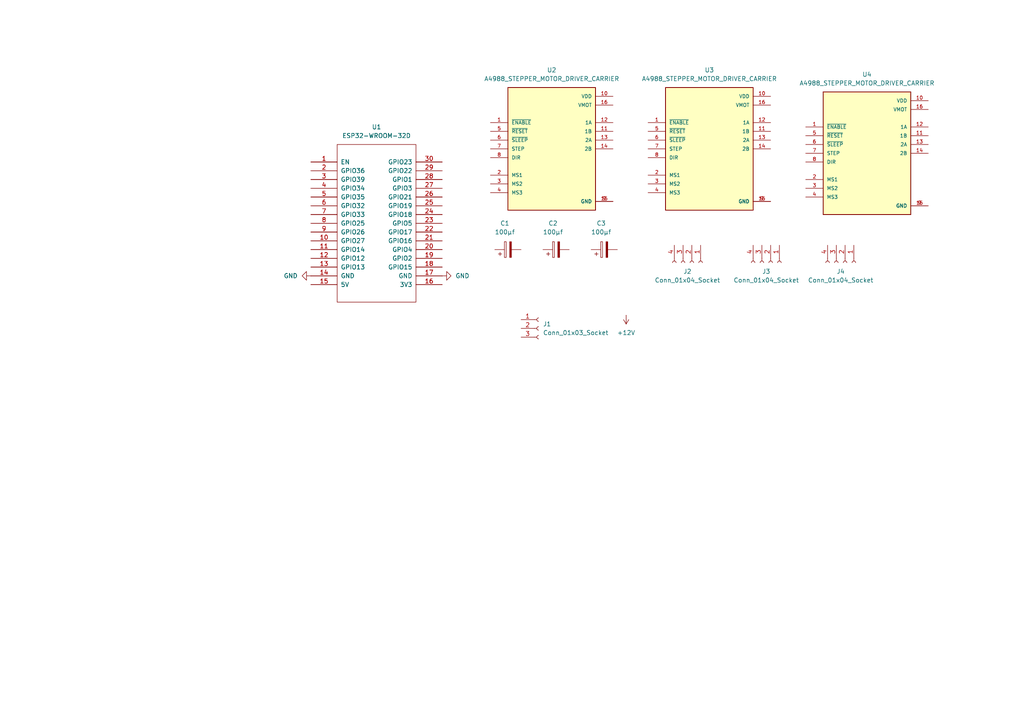
<source format=kicad_sch>
(kicad_sch
	(version 20231120)
	(generator "eeschema")
	(generator_version "8.0")
	(uuid "a1df660f-b71c-40f9-8dab-945660316229")
	(paper "A4")
	(lib_symbols
		(symbol "A4988_STEPPER_MOTOR_DRIVER_CARRIER:A4988_STEPPER_MOTOR_DRIVER_CARRIER"
			(pin_names
				(offset 1.016)
			)
			(exclude_from_sim no)
			(in_bom yes)
			(on_board yes)
			(property "Reference" "U"
				(at -12.7 19.05 0)
				(effects
					(font
						(size 1.27 1.27)
					)
					(justify left bottom)
				)
			)
			(property "Value" "A4988_STEPPER_MOTOR_DRIVER_CARRIER"
				(at -12.7 -21.59 0)
				(effects
					(font
						(size 1.27 1.27)
					)
					(justify left bottom)
				)
			)
			(property "Footprint" "A4988_STEPPER_MOTOR_DRIVER_CARRIER:MODULE_A4988_STEPPER_MOTOR_DRIVER_CARRIER"
				(at 0 0 0)
				(effects
					(font
						(size 1.27 1.27)
					)
					(justify bottom)
					(hide yes)
				)
			)
			(property "Datasheet" ""
				(at 0 0 0)
				(effects
					(font
						(size 1.27 1.27)
					)
					(hide yes)
				)
			)
			(property "Description" ""
				(at 0 0 0)
				(effects
					(font
						(size 1.27 1.27)
					)
					(hide yes)
				)
			)
			(property "MF" "Pololu"
				(at 0 0 0)
				(effects
					(font
						(size 1.27 1.27)
					)
					(justify bottom)
					(hide yes)
				)
			)
			(property "DESCRIPTION" "Stepper motor controler; IC: A4988; 1A; Uin mot: 8÷35V"
				(at 0 0 0)
				(effects
					(font
						(size 1.27 1.27)
					)
					(justify bottom)
					(hide yes)
				)
			)
			(property "PACKAGE" "None"
				(at 0 0 0)
				(effects
					(font
						(size 1.27 1.27)
					)
					(justify bottom)
					(hide yes)
				)
			)
			(property "PRICE" "None"
				(at 0 0 0)
				(effects
					(font
						(size 1.27 1.27)
					)
					(justify bottom)
					(hide yes)
				)
			)
			(property "Package" "None"
				(at 0 0 0)
				(effects
					(font
						(size 1.27 1.27)
					)
					(justify bottom)
					(hide yes)
				)
			)
			(property "Check_prices" "https://www.snapeda.com/parts/A4988%20STEPPER%20MOTOR%20DRIVER%20CARRIER/Pololu/view-part/?ref=eda"
				(at 0 0 0)
				(effects
					(font
						(size 1.27 1.27)
					)
					(justify bottom)
					(hide yes)
				)
			)
			(property "Price" "None"
				(at 0 0 0)
				(effects
					(font
						(size 1.27 1.27)
					)
					(justify bottom)
					(hide yes)
				)
			)
			(property "SnapEDA_Link" "https://www.snapeda.com/parts/A4988%20STEPPER%20MOTOR%20DRIVER%20CARRIER/Pololu/view-part/?ref=snap"
				(at 0 0 0)
				(effects
					(font
						(size 1.27 1.27)
					)
					(justify bottom)
					(hide yes)
				)
			)
			(property "MP" "A4988 STEPPER MOTOR DRIVER CARRIER"
				(at 0 0 0)
				(effects
					(font
						(size 1.27 1.27)
					)
					(justify bottom)
					(hide yes)
				)
			)
			(property "Availability" "Not in stock"
				(at 0 0 0)
				(effects
					(font
						(size 1.27 1.27)
					)
					(justify bottom)
					(hide yes)
				)
			)
			(property "AVAILABILITY" "Unavailable"
				(at 0 0 0)
				(effects
					(font
						(size 1.27 1.27)
					)
					(justify bottom)
					(hide yes)
				)
			)
			(property "Description_1" "\nStepper Motor Driver\n"
				(at 0 0 0)
				(effects
					(font
						(size 1.27 1.27)
					)
					(justify bottom)
					(hide yes)
				)
			)
			(symbol "A4988_STEPPER_MOTOR_DRIVER_CARRIER_0_0"
				(rectangle
					(start -12.7 -17.78)
					(end 12.7 17.78)
					(stroke
						(width 0.254)
						(type default)
					)
					(fill
						(type background)
					)
				)
				(pin input line
					(at -17.78 7.62 0)
					(length 5.08)
					(name "~{ENABLE}"
						(effects
							(font
								(size 1.016 1.016)
							)
						)
					)
					(number "1"
						(effects
							(font
								(size 1.016 1.016)
							)
						)
					)
				)
				(pin power_in line
					(at 17.78 15.24 180)
					(length 5.08)
					(name "VDD"
						(effects
							(font
								(size 1.016 1.016)
							)
						)
					)
					(number "10"
						(effects
							(font
								(size 1.016 1.016)
							)
						)
					)
				)
				(pin output line
					(at 17.78 5.08 180)
					(length 5.08)
					(name "1B"
						(effects
							(font
								(size 1.016 1.016)
							)
						)
					)
					(number "11"
						(effects
							(font
								(size 1.016 1.016)
							)
						)
					)
				)
				(pin output line
					(at 17.78 7.62 180)
					(length 5.08)
					(name "1A"
						(effects
							(font
								(size 1.016 1.016)
							)
						)
					)
					(number "12"
						(effects
							(font
								(size 1.016 1.016)
							)
						)
					)
				)
				(pin output line
					(at 17.78 2.54 180)
					(length 5.08)
					(name "2A"
						(effects
							(font
								(size 1.016 1.016)
							)
						)
					)
					(number "13"
						(effects
							(font
								(size 1.016 1.016)
							)
						)
					)
				)
				(pin output line
					(at 17.78 0 180)
					(length 5.08)
					(name "2B"
						(effects
							(font
								(size 1.016 1.016)
							)
						)
					)
					(number "14"
						(effects
							(font
								(size 1.016 1.016)
							)
						)
					)
				)
				(pin power_in line
					(at 17.78 -15.24 180)
					(length 5.08)
					(name "GND"
						(effects
							(font
								(size 1.016 1.016)
							)
						)
					)
					(number "15"
						(effects
							(font
								(size 1.016 1.016)
							)
						)
					)
				)
				(pin power_in line
					(at 17.78 12.7 180)
					(length 5.08)
					(name "VMOT"
						(effects
							(font
								(size 1.016 1.016)
							)
						)
					)
					(number "16"
						(effects
							(font
								(size 1.016 1.016)
							)
						)
					)
				)
				(pin input line
					(at -17.78 -7.62 0)
					(length 5.08)
					(name "MS1"
						(effects
							(font
								(size 1.016 1.016)
							)
						)
					)
					(number "2"
						(effects
							(font
								(size 1.016 1.016)
							)
						)
					)
				)
				(pin input line
					(at -17.78 -10.16 0)
					(length 5.08)
					(name "MS2"
						(effects
							(font
								(size 1.016 1.016)
							)
						)
					)
					(number "3"
						(effects
							(font
								(size 1.016 1.016)
							)
						)
					)
				)
				(pin input line
					(at -17.78 -12.7 0)
					(length 5.08)
					(name "MS3"
						(effects
							(font
								(size 1.016 1.016)
							)
						)
					)
					(number "4"
						(effects
							(font
								(size 1.016 1.016)
							)
						)
					)
				)
				(pin input line
					(at -17.78 5.08 0)
					(length 5.08)
					(name "~{RESET}"
						(effects
							(font
								(size 1.016 1.016)
							)
						)
					)
					(number "5"
						(effects
							(font
								(size 1.016 1.016)
							)
						)
					)
				)
				(pin input line
					(at -17.78 2.54 0)
					(length 5.08)
					(name "~{SLEEP}"
						(effects
							(font
								(size 1.016 1.016)
							)
						)
					)
					(number "6"
						(effects
							(font
								(size 1.016 1.016)
							)
						)
					)
				)
				(pin input line
					(at -17.78 0 0)
					(length 5.08)
					(name "STEP"
						(effects
							(font
								(size 1.016 1.016)
							)
						)
					)
					(number "7"
						(effects
							(font
								(size 1.016 1.016)
							)
						)
					)
				)
				(pin input line
					(at -17.78 -2.54 0)
					(length 5.08)
					(name "DIR"
						(effects
							(font
								(size 1.016 1.016)
							)
						)
					)
					(number "8"
						(effects
							(font
								(size 1.016 1.016)
							)
						)
					)
				)
				(pin power_in line
					(at 17.78 -15.24 180)
					(length 5.08)
					(name "GND"
						(effects
							(font
								(size 1.016 1.016)
							)
						)
					)
					(number "9"
						(effects
							(font
								(size 1.016 1.016)
							)
						)
					)
				)
			)
		)
		(symbol "Connector:Conn_01x03_Socket"
			(pin_names
				(offset 1.016) hide)
			(exclude_from_sim no)
			(in_bom yes)
			(on_board yes)
			(property "Reference" "J"
				(at 0 5.08 0)
				(effects
					(font
						(size 1.27 1.27)
					)
				)
			)
			(property "Value" "Conn_01x03_Socket"
				(at 0 -5.08 0)
				(effects
					(font
						(size 1.27 1.27)
					)
				)
			)
			(property "Footprint" ""
				(at 0 0 0)
				(effects
					(font
						(size 1.27 1.27)
					)
					(hide yes)
				)
			)
			(property "Datasheet" "~"
				(at 0 0 0)
				(effects
					(font
						(size 1.27 1.27)
					)
					(hide yes)
				)
			)
			(property "Description" "Generic connector, single row, 01x03, script generated"
				(at 0 0 0)
				(effects
					(font
						(size 1.27 1.27)
					)
					(hide yes)
				)
			)
			(property "ki_locked" ""
				(at 0 0 0)
				(effects
					(font
						(size 1.27 1.27)
					)
				)
			)
			(property "ki_keywords" "connector"
				(at 0 0 0)
				(effects
					(font
						(size 1.27 1.27)
					)
					(hide yes)
				)
			)
			(property "ki_fp_filters" "Connector*:*_1x??_*"
				(at 0 0 0)
				(effects
					(font
						(size 1.27 1.27)
					)
					(hide yes)
				)
			)
			(symbol "Conn_01x03_Socket_1_1"
				(arc
					(start 0 -2.032)
					(mid -0.5058 -2.54)
					(end 0 -3.048)
					(stroke
						(width 0.1524)
						(type default)
					)
					(fill
						(type none)
					)
				)
				(polyline
					(pts
						(xy -1.27 -2.54) (xy -0.508 -2.54)
					)
					(stroke
						(width 0.1524)
						(type default)
					)
					(fill
						(type none)
					)
				)
				(polyline
					(pts
						(xy -1.27 0) (xy -0.508 0)
					)
					(stroke
						(width 0.1524)
						(type default)
					)
					(fill
						(type none)
					)
				)
				(polyline
					(pts
						(xy -1.27 2.54) (xy -0.508 2.54)
					)
					(stroke
						(width 0.1524)
						(type default)
					)
					(fill
						(type none)
					)
				)
				(arc
					(start 0 0.508)
					(mid -0.5058 0)
					(end 0 -0.508)
					(stroke
						(width 0.1524)
						(type default)
					)
					(fill
						(type none)
					)
				)
				(arc
					(start 0 3.048)
					(mid -0.5058 2.54)
					(end 0 2.032)
					(stroke
						(width 0.1524)
						(type default)
					)
					(fill
						(type none)
					)
				)
				(pin passive line
					(at -5.08 2.54 0)
					(length 3.81)
					(name "Pin_1"
						(effects
							(font
								(size 1.27 1.27)
							)
						)
					)
					(number "1"
						(effects
							(font
								(size 1.27 1.27)
							)
						)
					)
				)
				(pin passive line
					(at -5.08 0 0)
					(length 3.81)
					(name "Pin_2"
						(effects
							(font
								(size 1.27 1.27)
							)
						)
					)
					(number "2"
						(effects
							(font
								(size 1.27 1.27)
							)
						)
					)
				)
				(pin passive line
					(at -5.08 -2.54 0)
					(length 3.81)
					(name "Pin_3"
						(effects
							(font
								(size 1.27 1.27)
							)
						)
					)
					(number "3"
						(effects
							(font
								(size 1.27 1.27)
							)
						)
					)
				)
			)
		)
		(symbol "Connector:Conn_01x04_Socket"
			(pin_names
				(offset 1.016) hide)
			(exclude_from_sim no)
			(in_bom yes)
			(on_board yes)
			(property "Reference" "J"
				(at 0 5.08 0)
				(effects
					(font
						(size 1.27 1.27)
					)
				)
			)
			(property "Value" "Conn_01x04_Socket"
				(at 0 -7.62 0)
				(effects
					(font
						(size 1.27 1.27)
					)
				)
			)
			(property "Footprint" ""
				(at 0 0 0)
				(effects
					(font
						(size 1.27 1.27)
					)
					(hide yes)
				)
			)
			(property "Datasheet" "~"
				(at 0 0 0)
				(effects
					(font
						(size 1.27 1.27)
					)
					(hide yes)
				)
			)
			(property "Description" "Generic connector, single row, 01x04, script generated"
				(at 0 0 0)
				(effects
					(font
						(size 1.27 1.27)
					)
					(hide yes)
				)
			)
			(property "ki_locked" ""
				(at 0 0 0)
				(effects
					(font
						(size 1.27 1.27)
					)
				)
			)
			(property "ki_keywords" "connector"
				(at 0 0 0)
				(effects
					(font
						(size 1.27 1.27)
					)
					(hide yes)
				)
			)
			(property "ki_fp_filters" "Connector*:*_1x??_*"
				(at 0 0 0)
				(effects
					(font
						(size 1.27 1.27)
					)
					(hide yes)
				)
			)
			(symbol "Conn_01x04_Socket_1_1"
				(arc
					(start 0 -4.572)
					(mid -0.5058 -5.08)
					(end 0 -5.588)
					(stroke
						(width 0.1524)
						(type default)
					)
					(fill
						(type none)
					)
				)
				(arc
					(start 0 -2.032)
					(mid -0.5058 -2.54)
					(end 0 -3.048)
					(stroke
						(width 0.1524)
						(type default)
					)
					(fill
						(type none)
					)
				)
				(polyline
					(pts
						(xy -1.27 -5.08) (xy -0.508 -5.08)
					)
					(stroke
						(width 0.1524)
						(type default)
					)
					(fill
						(type none)
					)
				)
				(polyline
					(pts
						(xy -1.27 -2.54) (xy -0.508 -2.54)
					)
					(stroke
						(width 0.1524)
						(type default)
					)
					(fill
						(type none)
					)
				)
				(polyline
					(pts
						(xy -1.27 0) (xy -0.508 0)
					)
					(stroke
						(width 0.1524)
						(type default)
					)
					(fill
						(type none)
					)
				)
				(polyline
					(pts
						(xy -1.27 2.54) (xy -0.508 2.54)
					)
					(stroke
						(width 0.1524)
						(type default)
					)
					(fill
						(type none)
					)
				)
				(arc
					(start 0 0.508)
					(mid -0.5058 0)
					(end 0 -0.508)
					(stroke
						(width 0.1524)
						(type default)
					)
					(fill
						(type none)
					)
				)
				(arc
					(start 0 3.048)
					(mid -0.5058 2.54)
					(end 0 2.032)
					(stroke
						(width 0.1524)
						(type default)
					)
					(fill
						(type none)
					)
				)
				(pin passive line
					(at -5.08 2.54 0)
					(length 3.81)
					(name "Pin_1"
						(effects
							(font
								(size 1.27 1.27)
							)
						)
					)
					(number "1"
						(effects
							(font
								(size 1.27 1.27)
							)
						)
					)
				)
				(pin passive line
					(at -5.08 0 0)
					(length 3.81)
					(name "Pin_2"
						(effects
							(font
								(size 1.27 1.27)
							)
						)
					)
					(number "2"
						(effects
							(font
								(size 1.27 1.27)
							)
						)
					)
				)
				(pin passive line
					(at -5.08 -2.54 0)
					(length 3.81)
					(name "Pin_3"
						(effects
							(font
								(size 1.27 1.27)
							)
						)
					)
					(number "3"
						(effects
							(font
								(size 1.27 1.27)
							)
						)
					)
				)
				(pin passive line
					(at -5.08 -5.08 0)
					(length 3.81)
					(name "Pin_4"
						(effects
							(font
								(size 1.27 1.27)
							)
						)
					)
					(number "4"
						(effects
							(font
								(size 1.27 1.27)
							)
						)
					)
				)
			)
		)
		(symbol "Device:C_Polarized"
			(pin_numbers hide)
			(pin_names
				(offset 0.254)
			)
			(exclude_from_sim no)
			(in_bom yes)
			(on_board yes)
			(property "Reference" "C"
				(at 0.635 2.54 0)
				(effects
					(font
						(size 1.27 1.27)
					)
					(justify left)
				)
			)
			(property "Value" "C_Polarized"
				(at 0.635 -2.54 0)
				(effects
					(font
						(size 1.27 1.27)
					)
					(justify left)
				)
			)
			(property "Footprint" ""
				(at 0.9652 -3.81 0)
				(effects
					(font
						(size 1.27 1.27)
					)
					(hide yes)
				)
			)
			(property "Datasheet" "~"
				(at 0 0 0)
				(effects
					(font
						(size 1.27 1.27)
					)
					(hide yes)
				)
			)
			(property "Description" "Polarized capacitor"
				(at 0 0 0)
				(effects
					(font
						(size 1.27 1.27)
					)
					(hide yes)
				)
			)
			(property "ki_keywords" "cap capacitor"
				(at 0 0 0)
				(effects
					(font
						(size 1.27 1.27)
					)
					(hide yes)
				)
			)
			(property "ki_fp_filters" "CP_*"
				(at 0 0 0)
				(effects
					(font
						(size 1.27 1.27)
					)
					(hide yes)
				)
			)
			(symbol "C_Polarized_0_1"
				(rectangle
					(start -2.286 0.508)
					(end 2.286 1.016)
					(stroke
						(width 0)
						(type default)
					)
					(fill
						(type none)
					)
				)
				(polyline
					(pts
						(xy -1.778 2.286) (xy -0.762 2.286)
					)
					(stroke
						(width 0)
						(type default)
					)
					(fill
						(type none)
					)
				)
				(polyline
					(pts
						(xy -1.27 2.794) (xy -1.27 1.778)
					)
					(stroke
						(width 0)
						(type default)
					)
					(fill
						(type none)
					)
				)
				(rectangle
					(start 2.286 -0.508)
					(end -2.286 -1.016)
					(stroke
						(width 0)
						(type default)
					)
					(fill
						(type outline)
					)
				)
			)
			(symbol "C_Polarized_1_1"
				(pin passive line
					(at 0 3.81 270)
					(length 2.794)
					(name "~"
						(effects
							(font
								(size 1.27 1.27)
							)
						)
					)
					(number "1"
						(effects
							(font
								(size 1.27 1.27)
							)
						)
					)
				)
				(pin passive line
					(at 0 -3.81 90)
					(length 2.794)
					(name "~"
						(effects
							(font
								(size 1.27 1.27)
							)
						)
					)
					(number "2"
						(effects
							(font
								(size 1.27 1.27)
							)
						)
					)
				)
			)
		)
		(symbol "ESP32-WROOM-32D:ESP32-WROOM-32D"
			(pin_names
				(offset 1.016)
			)
			(exclude_from_sim no)
			(in_bom yes)
			(on_board yes)
			(property "Reference" "U"
				(at 0 -2.54 0)
				(effects
					(font
						(size 1.27 1.27)
					)
				)
			)
			(property "Value" "ESP32-WROOM-32D"
				(at 0 2.54 0)
				(effects
					(font
						(size 1.27 1.27)
					)
				)
			)
			(property "Footprint" "MODULE"
				(at 0 0 0)
				(effects
					(font
						(size 1.27 1.27)
					)
					(hide yes)
				)
			)
			(property "Datasheet" "DOCUMENTATION"
				(at 0 0 0)
				(effects
					(font
						(size 1.27 1.27)
					)
					(hide yes)
				)
			)
			(property "Description" ""
				(at 0 0 0)
				(effects
					(font
						(size 1.27 1.27)
					)
					(hide yes)
				)
			)
			(symbol "ESP32-WROOM-32D_1_0"
				(rectangle
					(start -11.43 -22.86)
					(end 11.43 22.86)
					(stroke
						(width 0)
						(type solid)
					)
					(fill
						(type none)
					)
				)
			)
			(symbol "ESP32-WROOM-32D_1_1"
				(pin input line
					(at -19.05 17.78 0)
					(length 7.62)
					(name "EN"
						(effects
							(font
								(size 1.27 1.27)
							)
						)
					)
					(number "1"
						(effects
							(font
								(size 1.27 1.27)
							)
						)
					)
				)
				(pin bidirectional line
					(at -19.05 -5.08 0)
					(length 7.62)
					(name "GPIO27"
						(effects
							(font
								(size 1.27 1.27)
							)
						)
					)
					(number "10"
						(effects
							(font
								(size 1.27 1.27)
							)
						)
					)
				)
				(pin bidirectional line
					(at -19.05 -7.62 0)
					(length 7.62)
					(name "GPIO14"
						(effects
							(font
								(size 1.27 1.27)
							)
						)
					)
					(number "11"
						(effects
							(font
								(size 1.27 1.27)
							)
						)
					)
				)
				(pin bidirectional line
					(at -19.05 -10.16 0)
					(length 7.62)
					(name "GPIO12"
						(effects
							(font
								(size 1.27 1.27)
							)
						)
					)
					(number "12"
						(effects
							(font
								(size 1.27 1.27)
							)
						)
					)
				)
				(pin bidirectional line
					(at -19.05 -12.7 0)
					(length 7.62)
					(name "GPIO13"
						(effects
							(font
								(size 1.27 1.27)
							)
						)
					)
					(number "13"
						(effects
							(font
								(size 1.27 1.27)
							)
						)
					)
				)
				(pin power_in line
					(at -19.05 -15.24 0)
					(length 7.62)
					(name "GND"
						(effects
							(font
								(size 1.27 1.27)
							)
						)
					)
					(number "14"
						(effects
							(font
								(size 1.27 1.27)
							)
						)
					)
				)
				(pin power_in line
					(at -19.05 -17.78 0)
					(length 7.62)
					(name "5V"
						(effects
							(font
								(size 1.27 1.27)
							)
						)
					)
					(number "15"
						(effects
							(font
								(size 1.27 1.27)
							)
						)
					)
				)
				(pin power_in line
					(at 19.05 -17.78 180)
					(length 7.62)
					(name "3V3"
						(effects
							(font
								(size 1.27 1.27)
							)
						)
					)
					(number "16"
						(effects
							(font
								(size 1.27 1.27)
							)
						)
					)
				)
				(pin power_in line
					(at 19.05 -15.24 180)
					(length 7.62)
					(name "GND"
						(effects
							(font
								(size 1.27 1.27)
							)
						)
					)
					(number "17"
						(effects
							(font
								(size 1.27 1.27)
							)
						)
					)
				)
				(pin bidirectional line
					(at 19.05 -12.7 180)
					(length 7.62)
					(name "GPIO15"
						(effects
							(font
								(size 1.27 1.27)
							)
						)
					)
					(number "18"
						(effects
							(font
								(size 1.27 1.27)
							)
						)
					)
				)
				(pin bidirectional line
					(at 19.05 -10.16 180)
					(length 7.62)
					(name "GPIO2"
						(effects
							(font
								(size 1.27 1.27)
							)
						)
					)
					(number "19"
						(effects
							(font
								(size 1.27 1.27)
							)
						)
					)
				)
				(pin bidirectional line
					(at -19.05 15.24 0)
					(length 7.62)
					(name "GPIO36"
						(effects
							(font
								(size 1.27 1.27)
							)
						)
					)
					(number "2"
						(effects
							(font
								(size 1.27 1.27)
							)
						)
					)
				)
				(pin bidirectional line
					(at 19.05 -7.62 180)
					(length 7.62)
					(name "GPIO4"
						(effects
							(font
								(size 1.27 1.27)
							)
						)
					)
					(number "20"
						(effects
							(font
								(size 1.27 1.27)
							)
						)
					)
				)
				(pin bidirectional line
					(at 19.05 -5.08 180)
					(length 7.62)
					(name "GPIO16"
						(effects
							(font
								(size 1.27 1.27)
							)
						)
					)
					(number "21"
						(effects
							(font
								(size 1.27 1.27)
							)
						)
					)
				)
				(pin bidirectional line
					(at 19.05 -2.54 180)
					(length 7.62)
					(name "GPIO17"
						(effects
							(font
								(size 1.27 1.27)
							)
						)
					)
					(number "22"
						(effects
							(font
								(size 1.27 1.27)
							)
						)
					)
				)
				(pin bidirectional line
					(at 19.05 0 180)
					(length 7.62)
					(name "GPIO5"
						(effects
							(font
								(size 1.27 1.27)
							)
						)
					)
					(number "23"
						(effects
							(font
								(size 1.27 1.27)
							)
						)
					)
				)
				(pin bidirectional line
					(at 19.05 2.54 180)
					(length 7.62)
					(name "GPIO18"
						(effects
							(font
								(size 1.27 1.27)
							)
						)
					)
					(number "24"
						(effects
							(font
								(size 1.27 1.27)
							)
						)
					)
				)
				(pin bidirectional line
					(at 19.05 5.08 180)
					(length 7.62)
					(name "GPIO19"
						(effects
							(font
								(size 1.27 1.27)
							)
						)
					)
					(number "25"
						(effects
							(font
								(size 1.27 1.27)
							)
						)
					)
				)
				(pin bidirectional line
					(at 19.05 7.62 180)
					(length 7.62)
					(name "GPIO21"
						(effects
							(font
								(size 1.27 1.27)
							)
						)
					)
					(number "26"
						(effects
							(font
								(size 1.27 1.27)
							)
						)
					)
				)
				(pin bidirectional line
					(at 19.05 10.16 180)
					(length 7.62)
					(name "GPIO3"
						(effects
							(font
								(size 1.27 1.27)
							)
						)
					)
					(number "27"
						(effects
							(font
								(size 1.27 1.27)
							)
						)
					)
				)
				(pin bidirectional line
					(at 19.05 12.7 180)
					(length 7.62)
					(name "GPIO1"
						(effects
							(font
								(size 1.27 1.27)
							)
						)
					)
					(number "28"
						(effects
							(font
								(size 1.27 1.27)
							)
						)
					)
				)
				(pin bidirectional line
					(at 19.05 15.24 180)
					(length 7.62)
					(name "GPIO22"
						(effects
							(font
								(size 1.27 1.27)
							)
						)
					)
					(number "29"
						(effects
							(font
								(size 1.27 1.27)
							)
						)
					)
				)
				(pin bidirectional line
					(at -19.05 12.7 0)
					(length 7.62)
					(name "GPIO39"
						(effects
							(font
								(size 1.27 1.27)
							)
						)
					)
					(number "3"
						(effects
							(font
								(size 1.27 1.27)
							)
						)
					)
				)
				(pin bidirectional line
					(at 19.05 17.78 180)
					(length 7.62)
					(name "GPIO23"
						(effects
							(font
								(size 1.27 1.27)
							)
						)
					)
					(number "30"
						(effects
							(font
								(size 1.27 1.27)
							)
						)
					)
				)
				(pin bidirectional line
					(at -19.05 10.16 0)
					(length 7.62)
					(name "GPIO34"
						(effects
							(font
								(size 1.27 1.27)
							)
						)
					)
					(number "4"
						(effects
							(font
								(size 1.27 1.27)
							)
						)
					)
				)
				(pin bidirectional line
					(at -19.05 7.62 0)
					(length 7.62)
					(name "GPIO35"
						(effects
							(font
								(size 1.27 1.27)
							)
						)
					)
					(number "5"
						(effects
							(font
								(size 1.27 1.27)
							)
						)
					)
				)
				(pin bidirectional line
					(at -19.05 5.08 0)
					(length 7.62)
					(name "GPIO32"
						(effects
							(font
								(size 1.27 1.27)
							)
						)
					)
					(number "6"
						(effects
							(font
								(size 1.27 1.27)
							)
						)
					)
				)
				(pin bidirectional line
					(at -19.05 2.54 0)
					(length 7.62)
					(name "GPIO33"
						(effects
							(font
								(size 1.27 1.27)
							)
						)
					)
					(number "7"
						(effects
							(font
								(size 1.27 1.27)
							)
						)
					)
				)
				(pin bidirectional line
					(at -19.05 0 0)
					(length 7.62)
					(name "GPIO25"
						(effects
							(font
								(size 1.27 1.27)
							)
						)
					)
					(number "8"
						(effects
							(font
								(size 1.27 1.27)
							)
						)
					)
				)
				(pin bidirectional line
					(at -19.05 -2.54 0)
					(length 7.62)
					(name "GPIO26"
						(effects
							(font
								(size 1.27 1.27)
							)
						)
					)
					(number "9"
						(effects
							(font
								(size 1.27 1.27)
							)
						)
					)
				)
			)
		)
		(symbol "power:+12V"
			(power)
			(pin_numbers hide)
			(pin_names
				(offset 0) hide)
			(exclude_from_sim no)
			(in_bom yes)
			(on_board yes)
			(property "Reference" "#PWR"
				(at 0 -3.81 0)
				(effects
					(font
						(size 1.27 1.27)
					)
					(hide yes)
				)
			)
			(property "Value" "+12V"
				(at 0 3.556 0)
				(effects
					(font
						(size 1.27 1.27)
					)
				)
			)
			(property "Footprint" ""
				(at 0 0 0)
				(effects
					(font
						(size 1.27 1.27)
					)
					(hide yes)
				)
			)
			(property "Datasheet" ""
				(at 0 0 0)
				(effects
					(font
						(size 1.27 1.27)
					)
					(hide yes)
				)
			)
			(property "Description" "Power symbol creates a global label with name \"+12V\""
				(at 0 0 0)
				(effects
					(font
						(size 1.27 1.27)
					)
					(hide yes)
				)
			)
			(property "ki_keywords" "global power"
				(at 0 0 0)
				(effects
					(font
						(size 1.27 1.27)
					)
					(hide yes)
				)
			)
			(symbol "+12V_0_1"
				(polyline
					(pts
						(xy -0.762 1.27) (xy 0 2.54)
					)
					(stroke
						(width 0)
						(type default)
					)
					(fill
						(type none)
					)
				)
				(polyline
					(pts
						(xy 0 0) (xy 0 2.54)
					)
					(stroke
						(width 0)
						(type default)
					)
					(fill
						(type none)
					)
				)
				(polyline
					(pts
						(xy 0 2.54) (xy 0.762 1.27)
					)
					(stroke
						(width 0)
						(type default)
					)
					(fill
						(type none)
					)
				)
			)
			(symbol "+12V_1_1"
				(pin power_in line
					(at 0 0 90)
					(length 0)
					(name "~"
						(effects
							(font
								(size 1.27 1.27)
							)
						)
					)
					(number "1"
						(effects
							(font
								(size 1.27 1.27)
							)
						)
					)
				)
			)
		)
		(symbol "power:GND"
			(power)
			(pin_numbers hide)
			(pin_names
				(offset 0) hide)
			(exclude_from_sim no)
			(in_bom yes)
			(on_board yes)
			(property "Reference" "#PWR"
				(at 0 -6.35 0)
				(effects
					(font
						(size 1.27 1.27)
					)
					(hide yes)
				)
			)
			(property "Value" "GND"
				(at 0 -3.81 0)
				(effects
					(font
						(size 1.27 1.27)
					)
				)
			)
			(property "Footprint" ""
				(at 0 0 0)
				(effects
					(font
						(size 1.27 1.27)
					)
					(hide yes)
				)
			)
			(property "Datasheet" ""
				(at 0 0 0)
				(effects
					(font
						(size 1.27 1.27)
					)
					(hide yes)
				)
			)
			(property "Description" "Power symbol creates a global label with name \"GND\" , ground"
				(at 0 0 0)
				(effects
					(font
						(size 1.27 1.27)
					)
					(hide yes)
				)
			)
			(property "ki_keywords" "global power"
				(at 0 0 0)
				(effects
					(font
						(size 1.27 1.27)
					)
					(hide yes)
				)
			)
			(symbol "GND_0_1"
				(polyline
					(pts
						(xy 0 0) (xy 0 -1.27) (xy 1.27 -1.27) (xy 0 -2.54) (xy -1.27 -1.27) (xy 0 -1.27)
					)
					(stroke
						(width 0)
						(type default)
					)
					(fill
						(type none)
					)
				)
			)
			(symbol "GND_1_1"
				(pin power_in line
					(at 0 0 270)
					(length 0)
					(name "~"
						(effects
							(font
								(size 1.27 1.27)
							)
						)
					)
					(number "1"
						(effects
							(font
								(size 1.27 1.27)
							)
						)
					)
				)
			)
		)
	)
	(symbol
		(lib_id "Connector:Conn_01x04_Socket")
		(at 223.52 76.2 270)
		(unit 1)
		(exclude_from_sim no)
		(in_bom yes)
		(on_board yes)
		(dnp no)
		(fields_autoplaced yes)
		(uuid "1d75ed6b-5de9-4751-80b3-e0c43b08da6a")
		(property "Reference" "J3"
			(at 222.25 78.74 90)
			(effects
				(font
					(size 1.27 1.27)
				)
			)
		)
		(property "Value" "Conn_01x04_Socket"
			(at 222.25 81.28 90)
			(effects
				(font
					(size 1.27 1.27)
				)
			)
		)
		(property "Footprint" "Connector_PinSocket_2.54mm:PinSocket_1x04_P2.54mm_Vertical"
			(at 223.52 76.2 0)
			(effects
				(font
					(size 1.27 1.27)
				)
				(hide yes)
			)
		)
		(property "Datasheet" "~"
			(at 223.52 76.2 0)
			(effects
				(font
					(size 1.27 1.27)
				)
				(hide yes)
			)
		)
		(property "Description" "Generic connector, single row, 01x04, script generated"
			(at 223.52 76.2 0)
			(effects
				(font
					(size 1.27 1.27)
				)
				(hide yes)
			)
		)
		(pin "2"
			(uuid "61ba2e3a-ce9a-417f-a84e-aa2becbaabba")
		)
		(pin "3"
			(uuid "71bc5eac-97b6-4b2f-9d44-55b084612a9c")
		)
		(pin "4"
			(uuid "36729c76-1d80-4d71-9a24-21634cfa5b1b")
		)
		(pin "1"
			(uuid "f593bf44-5d67-4f69-a377-db045c82038d")
		)
		(instances
			(project "sheepycam"
				(path "/a1df660f-b71c-40f9-8dab-945660316229"
					(reference "J3")
					(unit 1)
				)
			)
		)
	)
	(symbol
		(lib_id "A4988_STEPPER_MOTOR_DRIVER_CARRIER:A4988_STEPPER_MOTOR_DRIVER_CARRIER")
		(at 160.02 43.18 0)
		(unit 1)
		(exclude_from_sim no)
		(in_bom yes)
		(on_board yes)
		(dnp no)
		(fields_autoplaced yes)
		(uuid "3ec9a459-5189-4c93-83d3-00c01c0326b7")
		(property "Reference" "U2"
			(at 160.02 20.32 0)
			(effects
				(font
					(size 1.27 1.27)
				)
			)
		)
		(property "Value" "A4988_STEPPER_MOTOR_DRIVER_CARRIER"
			(at 160.02 22.86 0)
			(effects
				(font
					(size 1.27 1.27)
				)
			)
		)
		(property "Footprint" "MODULE_A4988_STEPPER_MOTOR_DRIVER_CARRIER:MODULE_A4988_STEPPER_MOTOR_DRIVER_CARRIER"
			(at 160.02 43.18 0)
			(effects
				(font
					(size 1.27 1.27)
				)
				(justify bottom)
				(hide yes)
			)
		)
		(property "Datasheet" ""
			(at 160.02 43.18 0)
			(effects
				(font
					(size 1.27 1.27)
				)
				(hide yes)
			)
		)
		(property "Description" ""
			(at 160.02 43.18 0)
			(effects
				(font
					(size 1.27 1.27)
				)
				(hide yes)
			)
		)
		(property "MF" "Pololu"
			(at 160.02 43.18 0)
			(effects
				(font
					(size 1.27 1.27)
				)
				(justify bottom)
				(hide yes)
			)
		)
		(property "DESCRIPTION" "Stepper motor controler; IC: A4988; 1A; Uin mot: 8÷35V"
			(at 160.02 43.18 0)
			(effects
				(font
					(size 1.27 1.27)
				)
				(justify bottom)
				(hide yes)
			)
		)
		(property "PACKAGE" "None"
			(at 160.02 43.18 0)
			(effects
				(font
					(size 1.27 1.27)
				)
				(justify bottom)
				(hide yes)
			)
		)
		(property "PRICE" "None"
			(at 160.02 43.18 0)
			(effects
				(font
					(size 1.27 1.27)
				)
				(justify bottom)
				(hide yes)
			)
		)
		(property "Package" "None"
			(at 160.02 43.18 0)
			(effects
				(font
					(size 1.27 1.27)
				)
				(justify bottom)
				(hide yes)
			)
		)
		(property "Check_prices" "https://www.snapeda.com/parts/A4988%20STEPPER%20MOTOR%20DRIVER%20CARRIER/Pololu/view-part/?ref=eda"
			(at 160.02 43.18 0)
			(effects
				(font
					(size 1.27 1.27)
				)
				(justify bottom)
				(hide yes)
			)
		)
		(property "Price" "None"
			(at 160.02 43.18 0)
			(effects
				(font
					(size 1.27 1.27)
				)
				(justify bottom)
				(hide yes)
			)
		)
		(property "SnapEDA_Link" "https://www.snapeda.com/parts/A4988%20STEPPER%20MOTOR%20DRIVER%20CARRIER/Pololu/view-part/?ref=snap"
			(at 160.02 43.18 0)
			(effects
				(font
					(size 1.27 1.27)
				)
				(justify bottom)
				(hide yes)
			)
		)
		(property "MP" "A4988 STEPPER MOTOR DRIVER CARRIER"
			(at 160.02 43.18 0)
			(effects
				(font
					(size 1.27 1.27)
				)
				(justify bottom)
				(hide yes)
			)
		)
		(property "Availability" "Not in stock"
			(at 160.02 43.18 0)
			(effects
				(font
					(size 1.27 1.27)
				)
				(justify bottom)
				(hide yes)
			)
		)
		(property "AVAILABILITY" "Unavailable"
			(at 160.02 43.18 0)
			(effects
				(font
					(size 1.27 1.27)
				)
				(justify bottom)
				(hide yes)
			)
		)
		(property "Description_1" "\nStepper Motor Driver\n"
			(at 160.02 43.18 0)
			(effects
				(font
					(size 1.27 1.27)
				)
				(justify bottom)
				(hide yes)
			)
		)
		(pin "4"
			(uuid "9b95471b-729a-46c4-b0c6-3a422bc0a862")
		)
		(pin "8"
			(uuid "6d641458-e4d0-4723-90b2-991b579d7427")
		)
		(pin "15"
			(uuid "01ac2908-b462-4860-b590-b722a3ceedd0")
		)
		(pin "7"
			(uuid "43b62bc9-bb46-4445-96b4-7fe6ea5861d7")
		)
		(pin "6"
			(uuid "4c5d1fbd-8269-4639-8635-0d4339d77800")
		)
		(pin "14"
			(uuid "a6f5cfdd-e617-4f10-80e2-d2fee3a58ebf")
		)
		(pin "5"
			(uuid "4e09663b-5b22-4b95-92e2-6b69f129970e")
		)
		(pin "16"
			(uuid "390d19f4-5651-4e96-84f1-380c2967e59a")
		)
		(pin "2"
			(uuid "02c9c55f-ab4e-4569-a2ec-b5c8b922adb4")
		)
		(pin "9"
			(uuid "a848e0ac-75ff-41a4-a2c1-42d4e5b6dab4")
		)
		(pin "13"
			(uuid "5d2fdec2-640b-4bc8-9eec-bc99cbdcf1bb")
		)
		(pin "12"
			(uuid "c81164d5-c181-4482-85b4-ca0c5e5dcf14")
		)
		(pin "3"
			(uuid "3e7f721c-1c40-42fb-a08e-1c6005b10f71")
		)
		(pin "1"
			(uuid "c62987a3-7f2a-4f63-876a-019612da7284")
		)
		(pin "10"
			(uuid "1016e32b-6753-4386-abb5-52dc4bc61c38")
		)
		(pin "11"
			(uuid "7b649da8-3c75-44f0-9af0-e1bf2457f099")
		)
		(instances
			(project ""
				(path "/a1df660f-b71c-40f9-8dab-945660316229"
					(reference "U2")
					(unit 1)
				)
			)
		)
	)
	(symbol
		(lib_id "Device:C_Polarized")
		(at 161.29 72.39 90)
		(unit 1)
		(exclude_from_sim no)
		(in_bom yes)
		(on_board yes)
		(dnp no)
		(fields_autoplaced yes)
		(uuid "439e288d-b497-4514-9653-66456228d26a")
		(property "Reference" "C2"
			(at 160.401 64.77 90)
			(effects
				(font
					(size 1.27 1.27)
				)
			)
		)
		(property "Value" "100µf"
			(at 160.401 67.31 90)
			(effects
				(font
					(size 1.27 1.27)
				)
			)
		)
		(property "Footprint" "Capacitor_THT:CP_Radial_D5.0mm_P2.00mm"
			(at 165.1 71.4248 0)
			(effects
				(font
					(size 1.27 1.27)
				)
				(hide yes)
			)
		)
		(property "Datasheet" "~"
			(at 161.29 72.39 0)
			(effects
				(font
					(size 1.27 1.27)
				)
				(hide yes)
			)
		)
		(property "Description" "Polarized capacitor"
			(at 161.29 72.39 0)
			(effects
				(font
					(size 1.27 1.27)
				)
				(hide yes)
			)
		)
		(pin "2"
			(uuid "9eda1867-83c5-444c-900c-db5d02d0348e")
		)
		(pin "1"
			(uuid "7de14cda-6f41-4db8-a352-62658e2ae9f3")
		)
		(instances
			(project "sheepycam"
				(path "/a1df660f-b71c-40f9-8dab-945660316229"
					(reference "C2")
					(unit 1)
				)
			)
		)
	)
	(symbol
		(lib_id "power:GND")
		(at 90.17 80.01 270)
		(unit 1)
		(exclude_from_sim no)
		(in_bom yes)
		(on_board yes)
		(dnp no)
		(fields_autoplaced yes)
		(uuid "5b802765-8e81-4d0b-90fa-0ea51fddca05")
		(property "Reference" "#PWR03"
			(at 83.82 80.01 0)
			(effects
				(font
					(size 1.27 1.27)
				)
				(hide yes)
			)
		)
		(property "Value" "GND"
			(at 86.36 80.0099 90)
			(effects
				(font
					(size 1.27 1.27)
				)
				(justify right)
			)
		)
		(property "Footprint" ""
			(at 90.17 80.01 0)
			(effects
				(font
					(size 1.27 1.27)
				)
				(hide yes)
			)
		)
		(property "Datasheet" ""
			(at 90.17 80.01 0)
			(effects
				(font
					(size 1.27 1.27)
				)
				(hide yes)
			)
		)
		(property "Description" "Power symbol creates a global label with name \"GND\" , ground"
			(at 90.17 80.01 0)
			(effects
				(font
					(size 1.27 1.27)
				)
				(hide yes)
			)
		)
		(pin "1"
			(uuid "1fa4f6f6-8750-45b0-8ba6-66421847b942")
		)
		(instances
			(project "sheepycam"
				(path "/a1df660f-b71c-40f9-8dab-945660316229"
					(reference "#PWR03")
					(unit 1)
				)
			)
		)
	)
	(symbol
		(lib_id "ESP32-WROOM-32D:ESP32-WROOM-32D")
		(at 109.22 64.77 0)
		(unit 1)
		(exclude_from_sim no)
		(in_bom yes)
		(on_board yes)
		(dnp no)
		(fields_autoplaced yes)
		(uuid "6571b10a-58b6-4039-abe7-1e063af60f7c")
		(property "Reference" "U1"
			(at 109.22 36.83 0)
			(effects
				(font
					(size 1.27 1.27)
				)
			)
		)
		(property "Value" "ESP32-WROOM-32D"
			(at 109.22 39.37 0)
			(effects
				(font
					(size 1.27 1.27)
				)
			)
		)
		(property "Footprint" "ESP32-WROOM-32D:ESP32-WROOMD-Devboard"
			(at 109.22 64.77 0)
			(effects
				(font
					(size 1.27 1.27)
				)
				(hide yes)
			)
		)
		(property "Datasheet" "DOCUMENTATION"
			(at 109.22 64.77 0)
			(effects
				(font
					(size 1.27 1.27)
				)
				(hide yes)
			)
		)
		(property "Description" ""
			(at 109.22 64.77 0)
			(effects
				(font
					(size 1.27 1.27)
				)
				(hide yes)
			)
		)
		(pin "8"
			(uuid "7d1dd95d-aeeb-4e7d-a592-f62f13cea64d")
		)
		(pin "27"
			(uuid "4f0e071e-3ea6-49ef-83ab-42a41c2ffdee")
		)
		(pin "23"
			(uuid "678ce9a9-1f51-40b7-9733-8cde92542678")
		)
		(pin "9"
			(uuid "c5a6de48-23da-47f5-98d1-8c06ff250fa0")
		)
		(pin "13"
			(uuid "d7dcb1ac-692e-476b-b6f6-3c0b77d5a50c")
		)
		(pin "5"
			(uuid "dcfccbf9-1702-4f78-b008-7d51fbea88d7")
		)
		(pin "18"
			(uuid "f63b3728-43ed-4c5b-834e-9bf977aa2688")
		)
		(pin "17"
			(uuid "0fd7e526-50dd-45ef-8b6b-db80f5df9f22")
		)
		(pin "24"
			(uuid "41b23fe9-de68-4e39-ae5a-3b93b0675930")
		)
		(pin "20"
			(uuid "078dc242-c92f-44a6-bb23-49de35f5d1a9")
		)
		(pin "1"
			(uuid "6a6dc657-a16f-4502-ae87-3ffdc284da75")
		)
		(pin "19"
			(uuid "dbcd2154-ded2-4361-a991-6cd13c60942f")
		)
		(pin "30"
			(uuid "bd6116d3-9035-405f-9a80-e46bc981db0e")
		)
		(pin "28"
			(uuid "14b5bebd-7b1d-4638-b232-c9f5350bcfd3")
		)
		(pin "4"
			(uuid "55793e99-a0fd-44a8-a691-2ca733ca80ba")
		)
		(pin "25"
			(uuid "f57022f0-ae12-436c-a725-a7feef14ee71")
		)
		(pin "16"
			(uuid "f91a4782-0d08-496e-9318-e4812f7c0d7d")
		)
		(pin "11"
			(uuid "b42fedf7-49b5-4e2d-9041-1549b34d2f90")
		)
		(pin "7"
			(uuid "e7f93c51-01ad-49d4-882b-8dea903ffa11")
		)
		(pin "3"
			(uuid "9f3ecc89-a6ed-4bd0-b3eb-01dd04a0ed4e")
		)
		(pin "22"
			(uuid "fe6331db-246f-4d47-8489-7b04be252aaa")
		)
		(pin "2"
			(uuid "7168cd1a-d8b5-4159-a2d2-705f284c81c0")
		)
		(pin "12"
			(uuid "370cc1a0-2454-4a4b-a259-248d532fe895")
		)
		(pin "26"
			(uuid "68c03b21-60c8-4aa3-9f8a-77b5e0039d97")
		)
		(pin "21"
			(uuid "9633cad7-ba2b-4e92-b38d-ae1314e09c1a")
		)
		(pin "10"
			(uuid "5b632ae7-db27-4504-bff7-f4bec5626702")
		)
		(pin "14"
			(uuid "b220f8a7-7066-4091-b49f-7884294ec847")
		)
		(pin "15"
			(uuid "719e4883-014b-4cb1-9fda-a11db4ab7be8")
		)
		(pin "29"
			(uuid "48057738-5371-4a6b-bae5-f451f8fda553")
		)
		(pin "6"
			(uuid "bcc1473e-c847-4785-97a8-d9d7bef29dd3")
		)
		(instances
			(project ""
				(path "/a1df660f-b71c-40f9-8dab-945660316229"
					(reference "U1")
					(unit 1)
				)
			)
		)
	)
	(symbol
		(lib_id "Connector:Conn_01x04_Socket")
		(at 245.11 76.2 270)
		(unit 1)
		(exclude_from_sim no)
		(in_bom yes)
		(on_board yes)
		(dnp no)
		(fields_autoplaced yes)
		(uuid "99d10d7b-67c1-4b84-befe-7099c7d031c6")
		(property "Reference" "J4"
			(at 243.84 78.74 90)
			(effects
				(font
					(size 1.27 1.27)
				)
			)
		)
		(property "Value" "Conn_01x04_Socket"
			(at 243.84 81.28 90)
			(effects
				(font
					(size 1.27 1.27)
				)
			)
		)
		(property "Footprint" "Connector_PinSocket_2.54mm:PinSocket_1x04_P2.54mm_Vertical"
			(at 245.11 76.2 0)
			(effects
				(font
					(size 1.27 1.27)
				)
				(hide yes)
			)
		)
		(property "Datasheet" "~"
			(at 245.11 76.2 0)
			(effects
				(font
					(size 1.27 1.27)
				)
				(hide yes)
			)
		)
		(property "Description" "Generic connector, single row, 01x04, script generated"
			(at 245.11 76.2 0)
			(effects
				(font
					(size 1.27 1.27)
				)
				(hide yes)
			)
		)
		(pin "2"
			(uuid "8cbc8b15-3e31-41dc-a347-7581c118f3aa")
		)
		(pin "3"
			(uuid "b2202fe1-60ea-4d34-a25b-5d8647545f84")
		)
		(pin "4"
			(uuid "6bd665e1-c288-4216-9f7c-0cb1813c8e30")
		)
		(pin "1"
			(uuid "0225d601-7362-40ce-ac79-2579d36f5092")
		)
		(instances
			(project "sheepycam"
				(path "/a1df660f-b71c-40f9-8dab-945660316229"
					(reference "J4")
					(unit 1)
				)
			)
		)
	)
	(symbol
		(lib_id "power:+12V")
		(at 181.61 91.44 180)
		(unit 1)
		(exclude_from_sim no)
		(in_bom yes)
		(on_board yes)
		(dnp no)
		(fields_autoplaced yes)
		(uuid "a89df95c-f3a8-409b-88db-2fc7143a7750")
		(property "Reference" "#PWR01"
			(at 181.61 87.63 0)
			(effects
				(font
					(size 1.27 1.27)
				)
				(hide yes)
			)
		)
		(property "Value" "+12V"
			(at 181.61 96.52 0)
			(effects
				(font
					(size 1.27 1.27)
				)
			)
		)
		(property "Footprint" ""
			(at 181.61 91.44 0)
			(effects
				(font
					(size 1.27 1.27)
				)
				(hide yes)
			)
		)
		(property "Datasheet" ""
			(at 181.61 91.44 0)
			(effects
				(font
					(size 1.27 1.27)
				)
				(hide yes)
			)
		)
		(property "Description" "Power symbol creates a global label with name \"+12V\""
			(at 181.61 91.44 0)
			(effects
				(font
					(size 1.27 1.27)
				)
				(hide yes)
			)
		)
		(pin "1"
			(uuid "a5b02059-be8f-4d49-a1fd-22fc4aecff66")
		)
		(instances
			(project ""
				(path "/a1df660f-b71c-40f9-8dab-945660316229"
					(reference "#PWR01")
					(unit 1)
				)
			)
		)
	)
	(symbol
		(lib_id "A4988_STEPPER_MOTOR_DRIVER_CARRIER:A4988_STEPPER_MOTOR_DRIVER_CARRIER")
		(at 251.46 44.45 0)
		(unit 1)
		(exclude_from_sim no)
		(in_bom yes)
		(on_board yes)
		(dnp no)
		(fields_autoplaced yes)
		(uuid "abeb1247-7bcd-4a1a-886e-2f047f2549f8")
		(property "Reference" "U4"
			(at 251.46 21.59 0)
			(effects
				(font
					(size 1.27 1.27)
				)
			)
		)
		(property "Value" "A4988_STEPPER_MOTOR_DRIVER_CARRIER"
			(at 251.46 24.13 0)
			(effects
				(font
					(size 1.27 1.27)
				)
			)
		)
		(property "Footprint" "MODULE_A4988_STEPPER_MOTOR_DRIVER_CARRIER:MODULE_A4988_STEPPER_MOTOR_DRIVER_CARRIER"
			(at 251.46 44.45 0)
			(effects
				(font
					(size 1.27 1.27)
				)
				(justify bottom)
				(hide yes)
			)
		)
		(property "Datasheet" ""
			(at 251.46 44.45 0)
			(effects
				(font
					(size 1.27 1.27)
				)
				(hide yes)
			)
		)
		(property "Description" ""
			(at 251.46 44.45 0)
			(effects
				(font
					(size 1.27 1.27)
				)
				(hide yes)
			)
		)
		(property "MF" "Pololu"
			(at 251.46 44.45 0)
			(effects
				(font
					(size 1.27 1.27)
				)
				(justify bottom)
				(hide yes)
			)
		)
		(property "DESCRIPTION" "Stepper motor controler; IC: A4988; 1A; Uin mot: 8÷35V"
			(at 251.46 44.45 0)
			(effects
				(font
					(size 1.27 1.27)
				)
				(justify bottom)
				(hide yes)
			)
		)
		(property "PACKAGE" "None"
			(at 251.46 44.45 0)
			(effects
				(font
					(size 1.27 1.27)
				)
				(justify bottom)
				(hide yes)
			)
		)
		(property "PRICE" "None"
			(at 251.46 44.45 0)
			(effects
				(font
					(size 1.27 1.27)
				)
				(justify bottom)
				(hide yes)
			)
		)
		(property "Package" "None"
			(at 251.46 44.45 0)
			(effects
				(font
					(size 1.27 1.27)
				)
				(justify bottom)
				(hide yes)
			)
		)
		(property "Check_prices" "https://www.snapeda.com/parts/A4988%20STEPPER%20MOTOR%20DRIVER%20CARRIER/Pololu/view-part/?ref=eda"
			(at 251.46 44.45 0)
			(effects
				(font
					(size 1.27 1.27)
				)
				(justify bottom)
				(hide yes)
			)
		)
		(property "Price" "None"
			(at 251.46 44.45 0)
			(effects
				(font
					(size 1.27 1.27)
				)
				(justify bottom)
				(hide yes)
			)
		)
		(property "SnapEDA_Link" "https://www.snapeda.com/parts/A4988%20STEPPER%20MOTOR%20DRIVER%20CARRIER/Pololu/view-part/?ref=snap"
			(at 251.46 44.45 0)
			(effects
				(font
					(size 1.27 1.27)
				)
				(justify bottom)
				(hide yes)
			)
		)
		(property "MP" "A4988 STEPPER MOTOR DRIVER CARRIER"
			(at 251.46 44.45 0)
			(effects
				(font
					(size 1.27 1.27)
				)
				(justify bottom)
				(hide yes)
			)
		)
		(property "Availability" "Not in stock"
			(at 251.46 44.45 0)
			(effects
				(font
					(size 1.27 1.27)
				)
				(justify bottom)
				(hide yes)
			)
		)
		(property "AVAILABILITY" "Unavailable"
			(at 251.46 44.45 0)
			(effects
				(font
					(size 1.27 1.27)
				)
				(justify bottom)
				(hide yes)
			)
		)
		(property "Description_1" "\nStepper Motor Driver\n"
			(at 251.46 44.45 0)
			(effects
				(font
					(size 1.27 1.27)
				)
				(justify bottom)
				(hide yes)
			)
		)
		(pin "4"
			(uuid "1c24d468-b837-4a5b-bb79-60da9f0e7f53")
		)
		(pin "8"
			(uuid "cc6d4ac4-28d1-47c1-b80b-ba593604ec5b")
		)
		(pin "15"
			(uuid "66d26217-e7ea-4323-8c7d-84f34d6c6263")
		)
		(pin "7"
			(uuid "9dd6971b-817b-4b5c-89ed-98226aec21c3")
		)
		(pin "6"
			(uuid "fe7021bf-eb39-4933-90cd-f76c6d16ef52")
		)
		(pin "14"
			(uuid "5bde560d-fd0c-4e00-bc1a-1919aad4dd87")
		)
		(pin "5"
			(uuid "c4e30e8e-bf98-4359-9f92-2c2a015ec5fc")
		)
		(pin "16"
			(uuid "dea1dc16-3ca1-47ee-8b88-e95473864aa8")
		)
		(pin "2"
			(uuid "9ea9baf5-935e-4005-bd03-51552461db17")
		)
		(pin "9"
			(uuid "4a9a582d-ff4c-4583-b45c-5bf7b225bd95")
		)
		(pin "13"
			(uuid "1d01002a-3c74-4659-b33d-cfd272b57a89")
		)
		(pin "12"
			(uuid "99884fb6-b966-4af6-aca6-3a494da685c2")
		)
		(pin "3"
			(uuid "99f01213-bb22-4635-b87f-ed0e72abc54a")
		)
		(pin "1"
			(uuid "4954322e-0a8c-4459-b2ce-1fff95282351")
		)
		(pin "10"
			(uuid "fbc492f5-2812-4ca0-b5f8-b4791c1a0c78")
		)
		(pin "11"
			(uuid "385dcd6e-b473-408b-be91-4f7154579cba")
		)
		(instances
			(project "sheepycam"
				(path "/a1df660f-b71c-40f9-8dab-945660316229"
					(reference "U4")
					(unit 1)
				)
			)
		)
	)
	(symbol
		(lib_id "Connector:Conn_01x04_Socket")
		(at 200.66 76.2 270)
		(unit 1)
		(exclude_from_sim no)
		(in_bom yes)
		(on_board yes)
		(dnp no)
		(fields_autoplaced yes)
		(uuid "b1df61fb-2826-48d3-bfc7-ce326e07eb8c")
		(property "Reference" "J2"
			(at 199.39 78.74 90)
			(effects
				(font
					(size 1.27 1.27)
				)
			)
		)
		(property "Value" "Conn_01x04_Socket"
			(at 199.39 81.28 90)
			(effects
				(font
					(size 1.27 1.27)
				)
			)
		)
		(property "Footprint" "Connector_PinSocket_2.54mm:PinSocket_1x04_P2.54mm_Vertical"
			(at 200.66 76.2 0)
			(effects
				(font
					(size 1.27 1.27)
				)
				(hide yes)
			)
		)
		(property "Datasheet" "~"
			(at 200.66 76.2 0)
			(effects
				(font
					(size 1.27 1.27)
				)
				(hide yes)
			)
		)
		(property "Description" "Generic connector, single row, 01x04, script generated"
			(at 200.66 76.2 0)
			(effects
				(font
					(size 1.27 1.27)
				)
				(hide yes)
			)
		)
		(pin "2"
			(uuid "e260c1d1-3688-4c6d-85b4-4c550ce37f6d")
		)
		(pin "3"
			(uuid "46805f6a-8c72-4e75-b587-a79a70cbca8c")
		)
		(pin "4"
			(uuid "82ad2611-46c8-4d3d-a6a5-0d51992f076e")
		)
		(pin "1"
			(uuid "f0518a68-d440-4b43-b936-00767773f12a")
		)
		(instances
			(project ""
				(path "/a1df660f-b71c-40f9-8dab-945660316229"
					(reference "J2")
					(unit 1)
				)
			)
		)
	)
	(symbol
		(lib_id "A4988_STEPPER_MOTOR_DRIVER_CARRIER:A4988_STEPPER_MOTOR_DRIVER_CARRIER")
		(at 205.74 43.18 0)
		(unit 1)
		(exclude_from_sim no)
		(in_bom yes)
		(on_board yes)
		(dnp no)
		(fields_autoplaced yes)
		(uuid "b27a27c6-23b5-475c-930a-589bff2be798")
		(property "Reference" "U3"
			(at 205.74 20.32 0)
			(effects
				(font
					(size 1.27 1.27)
				)
			)
		)
		(property "Value" "A4988_STEPPER_MOTOR_DRIVER_CARRIER"
			(at 205.74 22.86 0)
			(effects
				(font
					(size 1.27 1.27)
				)
			)
		)
		(property "Footprint" "MODULE_A4988_STEPPER_MOTOR_DRIVER_CARRIER:MODULE_A4988_STEPPER_MOTOR_DRIVER_CARRIER"
			(at 205.74 43.18 0)
			(effects
				(font
					(size 1.27 1.27)
				)
				(justify bottom)
				(hide yes)
			)
		)
		(property "Datasheet" ""
			(at 205.74 43.18 0)
			(effects
				(font
					(size 1.27 1.27)
				)
				(hide yes)
			)
		)
		(property "Description" ""
			(at 205.74 43.18 0)
			(effects
				(font
					(size 1.27 1.27)
				)
				(hide yes)
			)
		)
		(property "MF" "Pololu"
			(at 205.74 43.18 0)
			(effects
				(font
					(size 1.27 1.27)
				)
				(justify bottom)
				(hide yes)
			)
		)
		(property "DESCRIPTION" "Stepper motor controler; IC: A4988; 1A; Uin mot: 8÷35V"
			(at 205.74 43.18 0)
			(effects
				(font
					(size 1.27 1.27)
				)
				(justify bottom)
				(hide yes)
			)
		)
		(property "PACKAGE" "None"
			(at 205.74 43.18 0)
			(effects
				(font
					(size 1.27 1.27)
				)
				(justify bottom)
				(hide yes)
			)
		)
		(property "PRICE" "None"
			(at 205.74 43.18 0)
			(effects
				(font
					(size 1.27 1.27)
				)
				(justify bottom)
				(hide yes)
			)
		)
		(property "Package" "None"
			(at 205.74 43.18 0)
			(effects
				(font
					(size 1.27 1.27)
				)
				(justify bottom)
				(hide yes)
			)
		)
		(property "Check_prices" "https://www.snapeda.com/parts/A4988%20STEPPER%20MOTOR%20DRIVER%20CARRIER/Pololu/view-part/?ref=eda"
			(at 205.74 43.18 0)
			(effects
				(font
					(size 1.27 1.27)
				)
				(justify bottom)
				(hide yes)
			)
		)
		(property "Price" "None"
			(at 205.74 43.18 0)
			(effects
				(font
					(size 1.27 1.27)
				)
				(justify bottom)
				(hide yes)
			)
		)
		(property "SnapEDA_Link" "https://www.snapeda.com/parts/A4988%20STEPPER%20MOTOR%20DRIVER%20CARRIER/Pololu/view-part/?ref=snap"
			(at 205.74 43.18 0)
			(effects
				(font
					(size 1.27 1.27)
				)
				(justify bottom)
				(hide yes)
			)
		)
		(property "MP" "A4988 STEPPER MOTOR DRIVER CARRIER"
			(at 205.74 43.18 0)
			(effects
				(font
					(size 1.27 1.27)
				)
				(justify bottom)
				(hide yes)
			)
		)
		(property "Availability" "Not in stock"
			(at 205.74 43.18 0)
			(effects
				(font
					(size 1.27 1.27)
				)
				(justify bottom)
				(hide yes)
			)
		)
		(property "AVAILABILITY" "Unavailable"
			(at 205.74 43.18 0)
			(effects
				(font
					(size 1.27 1.27)
				)
				(justify bottom)
				(hide yes)
			)
		)
		(property "Description_1" "\nStepper Motor Driver\n"
			(at 205.74 43.18 0)
			(effects
				(font
					(size 1.27 1.27)
				)
				(justify bottom)
				(hide yes)
			)
		)
		(pin "4"
			(uuid "73ac1ce1-310c-47b7-80f9-b14bcb8b0ddb")
		)
		(pin "8"
			(uuid "23b4f1f4-7ed3-463c-921a-03b34930acb4")
		)
		(pin "15"
			(uuid "66abd928-288c-493a-96a1-6796ae2c5d7b")
		)
		(pin "7"
			(uuid "4ae78808-2bda-4dca-98b3-92ebc21ed641")
		)
		(pin "6"
			(uuid "9ae0ecad-1a22-49c7-8668-642ee70537a0")
		)
		(pin "14"
			(uuid "c4942bd3-48bd-4862-87f2-64345833e407")
		)
		(pin "5"
			(uuid "d0aae92c-0ed5-44fb-b971-68a207b194ca")
		)
		(pin "16"
			(uuid "d7a3f22b-3ff4-4e44-a810-acf94a65542c")
		)
		(pin "2"
			(uuid "054d0363-2484-4692-98b5-d506ab26e711")
		)
		(pin "9"
			(uuid "ca09dbdd-11f2-4bcc-8e22-824a50f52611")
		)
		(pin "13"
			(uuid "76f08475-703d-4a19-8f26-7c70f87dd2bf")
		)
		(pin "12"
			(uuid "ccf31c5a-888e-4eff-a533-3150dd8f41a1")
		)
		(pin "3"
			(uuid "5fa91a98-53d6-4881-a973-1d50a127844b")
		)
		(pin "1"
			(uuid "886a4d3b-0f7e-408b-9354-012e9039add9")
		)
		(pin "10"
			(uuid "8d1b3d48-631d-49de-aa90-fc4646e356e5")
		)
		(pin "11"
			(uuid "ef2f7b90-0fe0-44f9-858b-e326bd74b64b")
		)
		(instances
			(project "sheepycam"
				(path "/a1df660f-b71c-40f9-8dab-945660316229"
					(reference "U3")
					(unit 1)
				)
			)
		)
	)
	(symbol
		(lib_id "Connector:Conn_01x03_Socket")
		(at 156.21 95.25 0)
		(unit 1)
		(exclude_from_sim no)
		(in_bom yes)
		(on_board yes)
		(dnp no)
		(fields_autoplaced yes)
		(uuid "c67826ad-88e8-4259-ac20-c1375fb034bf")
		(property "Reference" "J1"
			(at 157.48 93.9799 0)
			(effects
				(font
					(size 1.27 1.27)
				)
				(justify left)
			)
		)
		(property "Value" "Conn_01x03_Socket"
			(at 157.48 96.5199 0)
			(effects
				(font
					(size 1.27 1.27)
				)
				(justify left)
			)
		)
		(property "Footprint" "Connector_PinSocket_2.54mm:PinSocket_1x03_P2.54mm_Vertical"
			(at 156.21 95.25 0)
			(effects
				(font
					(size 1.27 1.27)
				)
				(hide yes)
			)
		)
		(property "Datasheet" "~"
			(at 156.21 95.25 0)
			(effects
				(font
					(size 1.27 1.27)
				)
				(hide yes)
			)
		)
		(property "Description" "Generic connector, single row, 01x03, script generated"
			(at 156.21 95.25 0)
			(effects
				(font
					(size 1.27 1.27)
				)
				(hide yes)
			)
		)
		(pin "2"
			(uuid "e0e39912-354a-4d7d-aa2f-ef67f958948c")
		)
		(pin "3"
			(uuid "0b0443f7-2e09-41e2-a1d3-022937453f4b")
		)
		(pin "1"
			(uuid "25d22ada-efab-4ca9-9f74-2c805751c9eb")
		)
		(instances
			(project ""
				(path "/a1df660f-b71c-40f9-8dab-945660316229"
					(reference "J1")
					(unit 1)
				)
			)
		)
	)
	(symbol
		(lib_id "Device:C_Polarized")
		(at 175.26 72.39 90)
		(unit 1)
		(exclude_from_sim no)
		(in_bom yes)
		(on_board yes)
		(dnp no)
		(fields_autoplaced yes)
		(uuid "e5d3001b-4674-46c9-aa82-f6c8bd3d5a14")
		(property "Reference" "C3"
			(at 174.371 64.77 90)
			(effects
				(font
					(size 1.27 1.27)
				)
			)
		)
		(property "Value" "100µf"
			(at 174.371 67.31 90)
			(effects
				(font
					(size 1.27 1.27)
				)
			)
		)
		(property "Footprint" "Capacitor_THT:CP_Radial_D5.0mm_P2.00mm"
			(at 179.07 71.4248 0)
			(effects
				(font
					(size 1.27 1.27)
				)
				(hide yes)
			)
		)
		(property "Datasheet" "~"
			(at 175.26 72.39 0)
			(effects
				(font
					(size 1.27 1.27)
				)
				(hide yes)
			)
		)
		(property "Description" "Polarized capacitor"
			(at 175.26 72.39 0)
			(effects
				(font
					(size 1.27 1.27)
				)
				(hide yes)
			)
		)
		(pin "2"
			(uuid "2be73ef1-5069-4e93-9553-f8536d423ad8")
		)
		(pin "1"
			(uuid "924fdbad-a6e6-4bd2-b27d-c98934ab84fd")
		)
		(instances
			(project "sheepycam"
				(path "/a1df660f-b71c-40f9-8dab-945660316229"
					(reference "C3")
					(unit 1)
				)
			)
		)
	)
	(symbol
		(lib_id "Device:C_Polarized")
		(at 147.32 72.39 90)
		(unit 1)
		(exclude_from_sim no)
		(in_bom yes)
		(on_board yes)
		(dnp no)
		(fields_autoplaced yes)
		(uuid "ec920bc8-098e-4dda-9def-eb312e4aef42")
		(property "Reference" "C1"
			(at 146.431 64.77 90)
			(effects
				(font
					(size 1.27 1.27)
				)
			)
		)
		(property "Value" "100µf"
			(at 146.431 67.31 90)
			(effects
				(font
					(size 1.27 1.27)
				)
			)
		)
		(property "Footprint" "Capacitor_THT:CP_Radial_D5.0mm_P2.00mm"
			(at 151.13 71.4248 0)
			(effects
				(font
					(size 1.27 1.27)
				)
				(hide yes)
			)
		)
		(property "Datasheet" "~"
			(at 147.32 72.39 0)
			(effects
				(font
					(size 1.27 1.27)
				)
				(hide yes)
			)
		)
		(property "Description" "Polarized capacitor"
			(at 147.32 72.39 0)
			(effects
				(font
					(size 1.27 1.27)
				)
				(hide yes)
			)
		)
		(pin "2"
			(uuid "144ddda1-fc0b-41a9-a37f-315ed08e18e2")
		)
		(pin "1"
			(uuid "c5273155-8e8b-4571-b211-cf725aea3ed2")
		)
		(instances
			(project ""
				(path "/a1df660f-b71c-40f9-8dab-945660316229"
					(reference "C1")
					(unit 1)
				)
			)
		)
	)
	(symbol
		(lib_id "power:GND")
		(at 128.27 80.01 90)
		(unit 1)
		(exclude_from_sim no)
		(in_bom yes)
		(on_board yes)
		(dnp no)
		(fields_autoplaced yes)
		(uuid "fddea525-9c75-4dd6-91e3-8769c5753479")
		(property "Reference" "#PWR02"
			(at 134.62 80.01 0)
			(effects
				(font
					(size 1.27 1.27)
				)
				(hide yes)
			)
		)
		(property "Value" "GND"
			(at 132.08 80.0099 90)
			(effects
				(font
					(size 1.27 1.27)
				)
				(justify right)
			)
		)
		(property "Footprint" ""
			(at 128.27 80.01 0)
			(effects
				(font
					(size 1.27 1.27)
				)
				(hide yes)
			)
		)
		(property "Datasheet" ""
			(at 128.27 80.01 0)
			(effects
				(font
					(size 1.27 1.27)
				)
				(hide yes)
			)
		)
		(property "Description" "Power symbol creates a global label with name \"GND\" , ground"
			(at 128.27 80.01 0)
			(effects
				(font
					(size 1.27 1.27)
				)
				(hide yes)
			)
		)
		(pin "1"
			(uuid "0e101e89-277a-4f36-b2e5-11615cb7426c")
		)
		(instances
			(project ""
				(path "/a1df660f-b71c-40f9-8dab-945660316229"
					(reference "#PWR02")
					(unit 1)
				)
			)
		)
	)
	(sheet_instances
		(path "/"
			(page "1")
		)
	)
)

</source>
